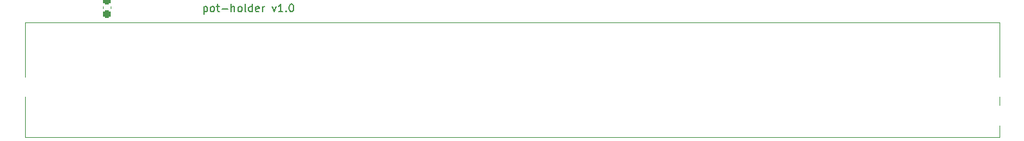
<source format=gto>
%TF.GenerationSoftware,KiCad,Pcbnew,6.0.4-6f826c9f35~116~ubuntu20.04.1*%
%TF.CreationDate,2022-04-30T10:36:36-06:00*%
%TF.ProjectId,pot-holder,706f742d-686f-46c6-9465-722e6b696361,rev?*%
%TF.SameCoordinates,Original*%
%TF.FileFunction,Legend,Top*%
%TF.FilePolarity,Positive*%
%FSLAX46Y46*%
G04 Gerber Fmt 4.6, Leading zero omitted, Abs format (unit mm)*
G04 Created by KiCad (PCBNEW 6.0.4-6f826c9f35~116~ubuntu20.04.1) date 2022-04-30 10:36:36*
%MOMM*%
%LPD*%
G01*
G04 APERTURE LIST*
G04 Aperture macros list*
%AMRoundRect*
0 Rectangle with rounded corners*
0 $1 Rounding radius*
0 $2 $3 $4 $5 $6 $7 $8 $9 X,Y pos of 4 corners*
0 Add a 4 corners polygon primitive as box body*
4,1,4,$2,$3,$4,$5,$6,$7,$8,$9,$2,$3,0*
0 Add four circle primitives for the rounded corners*
1,1,$1+$1,$2,$3*
1,1,$1+$1,$4,$5*
1,1,$1+$1,$6,$7*
1,1,$1+$1,$8,$9*
0 Add four rect primitives between the rounded corners*
20,1,$1+$1,$2,$3,$4,$5,0*
20,1,$1+$1,$4,$5,$6,$7,0*
20,1,$1+$1,$6,$7,$8,$9,0*
20,1,$1+$1,$8,$9,$2,$3,0*%
G04 Aperture macros list end*
%ADD10C,0.150000*%
%ADD11C,0.120000*%
%ADD12C,2.400000*%
%ADD13C,2.900000*%
%ADD14R,1.700000X1.700000*%
%ADD15O,1.700000X1.700000*%
%ADD16C,3.200000*%
%ADD17RoundRect,0.237500X-0.237500X0.300000X-0.237500X-0.300000X0.237500X-0.300000X0.237500X0.300000X0*%
G04 APERTURE END LIST*
D10*
X89719047Y-54785714D02*
X89719047Y-55785714D01*
X89719047Y-54833333D02*
X89814285Y-54785714D01*
X90004761Y-54785714D01*
X90100000Y-54833333D01*
X90147619Y-54880952D01*
X90195238Y-54976190D01*
X90195238Y-55261904D01*
X90147619Y-55357142D01*
X90100000Y-55404761D01*
X90004761Y-55452380D01*
X89814285Y-55452380D01*
X89719047Y-55404761D01*
X90766666Y-55452380D02*
X90671428Y-55404761D01*
X90623809Y-55357142D01*
X90576190Y-55261904D01*
X90576190Y-54976190D01*
X90623809Y-54880952D01*
X90671428Y-54833333D01*
X90766666Y-54785714D01*
X90909523Y-54785714D01*
X91004761Y-54833333D01*
X91052380Y-54880952D01*
X91100000Y-54976190D01*
X91100000Y-55261904D01*
X91052380Y-55357142D01*
X91004761Y-55404761D01*
X90909523Y-55452380D01*
X90766666Y-55452380D01*
X91385714Y-54785714D02*
X91766666Y-54785714D01*
X91528571Y-54452380D02*
X91528571Y-55309523D01*
X91576190Y-55404761D01*
X91671428Y-55452380D01*
X91766666Y-55452380D01*
X92100000Y-55071428D02*
X92861904Y-55071428D01*
X93338095Y-55452380D02*
X93338095Y-54452380D01*
X93766666Y-55452380D02*
X93766666Y-54928571D01*
X93719047Y-54833333D01*
X93623809Y-54785714D01*
X93480952Y-54785714D01*
X93385714Y-54833333D01*
X93338095Y-54880952D01*
X94385714Y-55452380D02*
X94290476Y-55404761D01*
X94242857Y-55357142D01*
X94195238Y-55261904D01*
X94195238Y-54976190D01*
X94242857Y-54880952D01*
X94290476Y-54833333D01*
X94385714Y-54785714D01*
X94528571Y-54785714D01*
X94623809Y-54833333D01*
X94671428Y-54880952D01*
X94719047Y-54976190D01*
X94719047Y-55261904D01*
X94671428Y-55357142D01*
X94623809Y-55404761D01*
X94528571Y-55452380D01*
X94385714Y-55452380D01*
X95290476Y-55452380D02*
X95195238Y-55404761D01*
X95147619Y-55309523D01*
X95147619Y-54452380D01*
X96100000Y-55452380D02*
X96100000Y-54452380D01*
X96100000Y-55404761D02*
X96004761Y-55452380D01*
X95814285Y-55452380D01*
X95719047Y-55404761D01*
X95671428Y-55357142D01*
X95623809Y-55261904D01*
X95623809Y-54976190D01*
X95671428Y-54880952D01*
X95719047Y-54833333D01*
X95814285Y-54785714D01*
X96004761Y-54785714D01*
X96100000Y-54833333D01*
X96957142Y-55404761D02*
X96861904Y-55452380D01*
X96671428Y-55452380D01*
X96576190Y-55404761D01*
X96528571Y-55309523D01*
X96528571Y-54928571D01*
X96576190Y-54833333D01*
X96671428Y-54785714D01*
X96861904Y-54785714D01*
X96957142Y-54833333D01*
X97004761Y-54928571D01*
X97004761Y-55023809D01*
X96528571Y-55119047D01*
X97433333Y-55452380D02*
X97433333Y-54785714D01*
X97433333Y-54976190D02*
X97480952Y-54880952D01*
X97528571Y-54833333D01*
X97623809Y-54785714D01*
X97719047Y-54785714D01*
X98719047Y-54785714D02*
X98957142Y-55452380D01*
X99195238Y-54785714D01*
X100100000Y-55452380D02*
X99528571Y-55452380D01*
X99814285Y-55452380D02*
X99814285Y-54452380D01*
X99719047Y-54595238D01*
X99623809Y-54690476D01*
X99528571Y-54738095D01*
X100528571Y-55357142D02*
X100576190Y-55404761D01*
X100528571Y-55452380D01*
X100480952Y-55404761D01*
X100528571Y-55357142D01*
X100528571Y-55452380D01*
X101195238Y-54452380D02*
X101290476Y-54452380D01*
X101385714Y-54500000D01*
X101433333Y-54547619D01*
X101480952Y-54642857D01*
X101528571Y-54833333D01*
X101528571Y-55071428D01*
X101480952Y-55261904D01*
X101433333Y-55357142D01*
X101385714Y-55404761D01*
X101290476Y-55452380D01*
X101195238Y-55452380D01*
X101100000Y-55404761D01*
X101052380Y-55357142D01*
X101004761Y-55261904D01*
X100957142Y-55071428D01*
X100957142Y-54833333D01*
X101004761Y-54642857D01*
X101052380Y-54547619D01*
X101100000Y-54500000D01*
X101195238Y-54452380D01*
D11*
%TO.C,RV1*%
X194375000Y-70545000D02*
X194375000Y-72045000D01*
X194375000Y-72045000D02*
X66175000Y-72045000D01*
X194375000Y-66745000D02*
X194375000Y-67845000D01*
X66175000Y-64045000D02*
X66175000Y-56845000D01*
X66175000Y-72045000D02*
X66175000Y-66745000D01*
X194375000Y-56845000D02*
X194375000Y-64045000D01*
X66175000Y-56845000D02*
X194375000Y-56845000D01*
%TO.C,C1*%
X77510000Y-54753733D02*
X77510000Y-55046267D01*
X76490000Y-54753733D02*
X76490000Y-55046267D01*
%TD*%
%LPC*%
D12*
%TO.C,RV1*%
X194025000Y-65395000D03*
X194025000Y-69195000D03*
X66525000Y-65395000D03*
D13*
X91475000Y-64445000D03*
X173975000Y-64445000D03*
%TD*%
D14*
%TO.C,J1*%
X72525000Y-55000000D03*
D15*
X69985000Y-55000000D03*
X67445000Y-55000000D03*
%TD*%
D16*
%TO.C,H4*%
X199000000Y-57000000D03*
%TD*%
%TO.C,H3*%
X61000000Y-71000000D03*
%TD*%
%TO.C,H2*%
X199000000Y-71000000D03*
%TD*%
%TO.C,H1*%
X61000000Y-57000000D03*
%TD*%
D17*
%TO.C,C1*%
X77000000Y-54037500D03*
X77000000Y-55762500D03*
%TD*%
M02*

</source>
